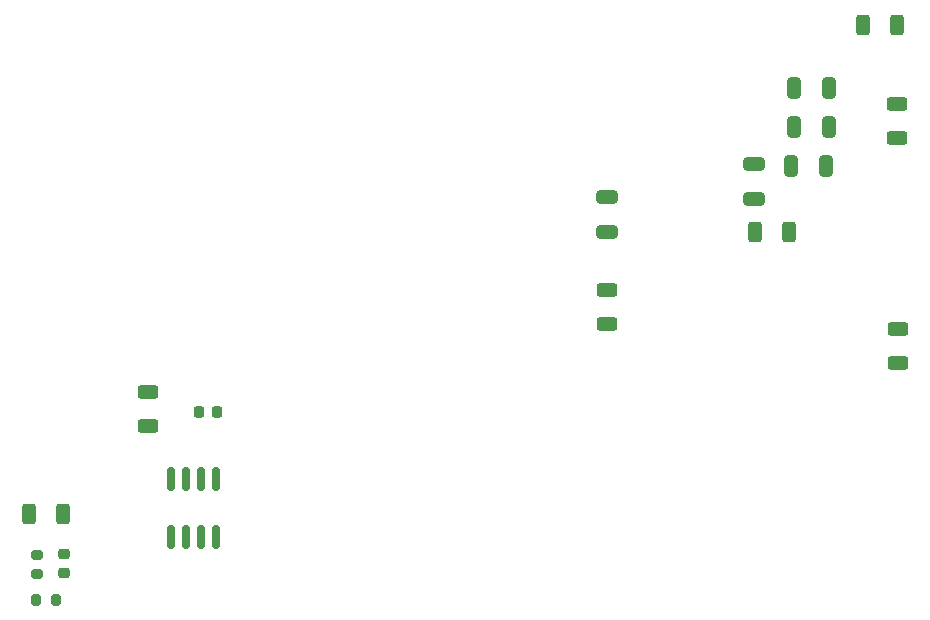
<source format=gbr>
%TF.GenerationSoftware,KiCad,Pcbnew,(6.0.10)*%
%TF.CreationDate,2023-01-04T09:35:26+03:00*%
%TF.ProjectId,ee463_project,65653436-335f-4707-926f-6a6563742e6b,rev?*%
%TF.SameCoordinates,Original*%
%TF.FileFunction,Paste,Top*%
%TF.FilePolarity,Positive*%
%FSLAX46Y46*%
G04 Gerber Fmt 4.6, Leading zero omitted, Abs format (unit mm)*
G04 Created by KiCad (PCBNEW (6.0.10)) date 2023-01-04 09:35:26*
%MOMM*%
%LPD*%
G01*
G04 APERTURE LIST*
G04 Aperture macros list*
%AMRoundRect*
0 Rectangle with rounded corners*
0 $1 Rounding radius*
0 $2 $3 $4 $5 $6 $7 $8 $9 X,Y pos of 4 corners*
0 Add a 4 corners polygon primitive as box body*
4,1,4,$2,$3,$4,$5,$6,$7,$8,$9,$2,$3,0*
0 Add four circle primitives for the rounded corners*
1,1,$1+$1,$2,$3*
1,1,$1+$1,$4,$5*
1,1,$1+$1,$6,$7*
1,1,$1+$1,$8,$9*
0 Add four rect primitives between the rounded corners*
20,1,$1+$1,$2,$3,$4,$5,0*
20,1,$1+$1,$4,$5,$6,$7,0*
20,1,$1+$1,$6,$7,$8,$9,0*
20,1,$1+$1,$8,$9,$2,$3,0*%
G04 Aperture macros list end*
%ADD10RoundRect,0.150000X0.150000X-0.825000X0.150000X0.825000X-0.150000X0.825000X-0.150000X-0.825000X0*%
%ADD11RoundRect,0.200000X-0.275000X0.200000X-0.275000X-0.200000X0.275000X-0.200000X0.275000X0.200000X0*%
%ADD12RoundRect,0.250000X-0.625000X0.312500X-0.625000X-0.312500X0.625000X-0.312500X0.625000X0.312500X0*%
%ADD13RoundRect,0.250000X-0.312500X-0.625000X0.312500X-0.625000X0.312500X0.625000X-0.312500X0.625000X0*%
%ADD14RoundRect,0.250000X0.312500X0.625000X-0.312500X0.625000X-0.312500X-0.625000X0.312500X-0.625000X0*%
%ADD15RoundRect,0.200000X0.200000X0.275000X-0.200000X0.275000X-0.200000X-0.275000X0.200000X-0.275000X0*%
%ADD16RoundRect,0.225000X-0.250000X0.225000X-0.250000X-0.225000X0.250000X-0.225000X0.250000X0.225000X0*%
%ADD17RoundRect,0.225000X-0.225000X-0.250000X0.225000X-0.250000X0.225000X0.250000X-0.225000X0.250000X0*%
%ADD18RoundRect,0.250000X0.650000X-0.325000X0.650000X0.325000X-0.650000X0.325000X-0.650000X-0.325000X0*%
%ADD19RoundRect,0.250000X0.325000X0.650000X-0.325000X0.650000X-0.325000X-0.650000X0.325000X-0.650000X0*%
%ADD20RoundRect,0.250000X0.625000X-0.312500X0.625000X0.312500X-0.625000X0.312500X-0.625000X-0.312500X0*%
G04 APERTURE END LIST*
D10*
%TO.C,U3*%
X115443000Y-127707000D03*
X116713000Y-127707000D03*
X117983000Y-127707000D03*
X119253000Y-127707000D03*
X119253000Y-122757000D03*
X117983000Y-122757000D03*
X116713000Y-122757000D03*
X115443000Y-122757000D03*
%TD*%
D11*
%TO.C,R8*%
X104140000Y-129170000D03*
X104140000Y-130820000D03*
%TD*%
D12*
%TO.C,R7*%
X113538000Y-115387500D03*
X113538000Y-118312500D03*
%TD*%
D13*
%TO.C,R6*%
X103439500Y-125740000D03*
X106364500Y-125740000D03*
%TD*%
D12*
%TO.C,R5*%
X152400000Y-106751500D03*
X152400000Y-109676500D03*
%TD*%
D14*
%TO.C,R4*%
X167832500Y-101864000D03*
X164907500Y-101864000D03*
%TD*%
D15*
%TO.C,D3*%
X105727000Y-132980000D03*
X104077000Y-132980000D03*
%TD*%
D16*
%TO.C,C9*%
X106426000Y-129157000D03*
X106426000Y-130707000D03*
%TD*%
D17*
%TO.C,C8*%
X117843000Y-117104000D03*
X119393000Y-117104000D03*
%TD*%
D18*
%TO.C,C7*%
X152400000Y-101815000D03*
X152400000Y-98865000D03*
%TD*%
%TO.C,C6*%
X164846000Y-99021000D03*
X164846000Y-96071000D03*
%TD*%
D19*
%TO.C,C3*%
X170893000Y-96276000D03*
X167943000Y-96276000D03*
%TD*%
%TO.C,C2*%
X171147000Y-89672000D03*
X168197000Y-89672000D03*
%TD*%
%TO.C,C1*%
X171147000Y-92974000D03*
X168197000Y-92974000D03*
%TD*%
D20*
%TO.C,R2*%
X176976500Y-93928500D03*
X176976500Y-91003500D03*
%TD*%
%TO.C,R1*%
X177038000Y-112978500D03*
X177038000Y-110053500D03*
%TD*%
D14*
%TO.C,R3*%
X176976500Y-84338000D03*
X174051500Y-84338000D03*
%TD*%
M02*

</source>
